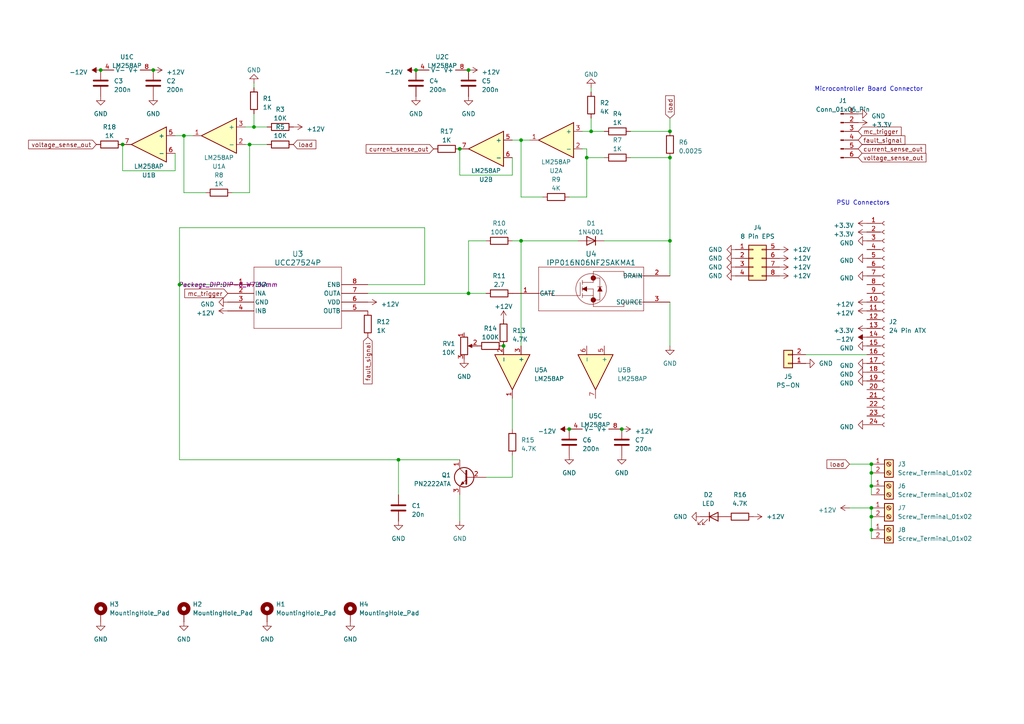
<source format=kicad_sch>
(kicad_sch (version 20231120) (generator "eeschema") (generator_version "8.0")
  (paper "A4")
  (lib_symbols
    (symbol "+12V_1" (power) (pin_numbers hide) (pin_names (offset 0) hide)
      (property "Value" "+12V" (at 0 3.556 0))
      (symbol "+12V_1_1_1"
        (pin power_in line (at 0 0 90) (length 0) (name "~") (number "1"))
      )
    )
    (symbol "2EDN752x:2EDN8524FXTMA1" (pin_names (offset 0.254))
      (property "Reference" "U" (at 20.32 10.16 0))
      (property "Value" "2EDN8524FXTMA1" (at 20.32 7.62 0))
      (symbol "2EDN8524FXTMA1_0_1"
        (pin unspecified line (at 0 0 0) (length 7.62) (name "ENA") (number "1"))
        (pin unspecified line (at 0 -2.54 0) (length 7.62) (name "INA") (number "2"))
        (pin power_out line (at 0 -5.08 0) (length 7.62) (name "GND") (number "3"))
        (pin unspecified line (at 0 -7.62 0) (length 7.62) (name "INB") (number "4"))
        (pin output line (at 40.64 -7.62 180) (length 7.62) (name "OUTB") (number "5"))
        (pin power_in line (at 40.64 -5.08 180) (length 7.62) (name "VDD") (number "6"))
        (pin output line (at 40.64 -2.54 180) (length 7.62) (name "OUTA") (number "7"))
        (pin unspecified line (at 40.64 0 180) (length 7.62) (name "ENB") (number "8"))
      )
    )
    (symbol "Connector:Conn_01x06_Pin" (pin_names (offset 1.016) hide)
      (property "Reference" "J" (at 0 7.62 0))
      (property "Value" "Conn_01x06_Pin" (at 0 -10.16 0))
      (symbol "Conn_01x06_Pin_1_1"
        (pin passive line (at 5.08 5.08 180) (length 3.81) (name "Pin_1") (number "1"))
        (pin passive line (at 5.08 2.54 180) (length 3.81) (name "Pin_2") (number "2"))
        (pin passive line (at 5.08 0 180) (length 3.81) (name "Pin_3") (number "3"))
        (pin passive line (at 5.08 -2.54 180) (length 3.81) (name "Pin_4") (number "4"))
        (pin passive line (at 5.08 -5.08 180) (length 3.81) (name "Pin_5") (number "5"))
        (pin passive line (at 5.08 -7.62 180) (length 3.81) (name "Pin_6") (number "6"))
      )
    )
    (symbol "Connector:Conn_01x24_Socket" (pin_names (offset 1.016) hide)
      (property "Reference" "J" (at 0 30.48 0))
      (property "Value" "Conn_01x24_Socket" (at 0 -33.02 0))
      (symbol "Conn_01x24_Socket_1_1"
        (pin passive line (at -5.08 27.94 0) (length 3.81) (name "Pin_1") (number "1"))
        (pin passive line (at -5.08 5.08 0) (length 3.81) (name "Pin_10") (number "10"))
        (pin passive line (at -5.08 2.54 0) (length 3.81) (name "Pin_11") (number "11"))
        (pin passive line (at -5.08 0 0) (length 3.81) (name "Pin_12") (number "12"))
        (pin passive line (at -5.08 -2.54 0) (length 3.81) (name "Pin_13") (number "13"))
        (pin passive line (at -5.08 -5.08 0) (length 3.81) (name "Pin_14") (number "14"))
        (pin passive line (at -5.08 -7.62 0) (length 3.81) (name "Pin_15") (number "15"))
        (pin passive line (at -5.08 -10.16 0) (length 3.81) (name "Pin_16") (number "16"))
        (pin passive line (at -5.08 -12.7 0) (length 3.81) (name "Pin_17") (number "17"))
        (pin passive line (at -5.08 -15.24 0) (length 3.81) (name "Pin_18") (number "18"))
        (pin passive line (at -5.08 -17.78 0) (length 3.81) (name "Pin_19") (number "19"))
        (pin passive line (at -5.08 25.4 0) (length 3.81) (name "Pin_2") (number "2"))
        (pin passive line (at -5.08 -20.32 0) (length 3.81) (name "Pin_20") (number "20"))
        (pin passive line (at -5.08 -22.86 0) (length 3.81) (name "Pin_21") (number "21"))
        (pin passive line (at -5.08 -25.4 0) (length 3.81) (name "Pin_22") (number "22"))
        (pin passive line (at -5.08 -27.94 0) (length 3.81) (name "Pin_23") (number "23"))
        (pin passive line (at -5.08 -30.48 0) (length 3.81) (name "Pin_24") (number "24"))
        (pin passive line (at -5.08 22.86 0) (length 3.81) (name "Pin_3") (number "3"))
        (pin passive line (at -5.08 20.32 0) (length 3.81) (name "Pin_4") (number "4"))
        (pin passive line (at -5.08 17.78 0) (length 3.81) (name "Pin_5") (number "5"))
        (pin passive line (at -5.08 15.24 0) (length 3.81) (name "Pin_6") (number "6"))
        (pin passive line (at -5.08 12.7 0) (length 3.81) (name "Pin_7") (number "7"))
        (pin passive line (at -5.08 10.16 0) (length 3.81) (name "Pin_8") (number "8"))
        (pin passive line (at -5.08 7.62 0) (length 3.81) (name "Pin_9") (number "9"))
      )
    )
    (symbol "Connector:Screw_Terminal_01x02" (pin_names (offset 1.016) hide)
      (property "Reference" "J" (at 0 2.54 0))
      (property "Value" "Screw_Terminal_01x02" (at 0 -5.08 0))
      (symbol "Screw_Terminal_01x02_1_1"
        (pin passive line (at -5.08 0 0) (length 3.81) (name "Pin_1") (number "1"))
        (pin passive line (at -5.08 -2.54 0) (length 3.81) (name "Pin_2") (number "2"))
      )
    )
    (symbol "Connector_Generic:Conn_01x02" (pin_names (offset 1.016) hide)
      (property "Reference" "J" (at 0 2.54 0))
      (property "Value" "Conn_01x02" (at 0 -5.08 0))
      (symbol "Conn_01x02_1_1"
        (pin passive line (at -5.08 0 0) (length 3.81) (name "Pin_1") (number "1"))
        (pin passive line (at -5.08 -2.54 0) (length 3.81) (name "Pin_2") (number "2"))
      )
    )
    (symbol "Connector_Generic:Conn_02x04_Top_Bottom" (pin_names (offset 1.016) hide)
      (property "Reference" "J" (at 1.27 5.08 0))
      (property "Value" "Conn_02x04_Top_Bottom" (at 1.27 -7.62 0))
      (symbol "Conn_02x04_Top_Bottom_1_1"
        (pin passive line (at -5.08 2.54 0) (length 3.81) (name "Pin_1") (number "1"))
        (pin passive line (at -5.08 0 0) (length 3.81) (name "Pin_2") (number "2"))
        (pin passive line (at -5.08 -2.54 0) (length 3.81) (name "Pin_3") (number "3"))
        (pin passive line (at -5.08 -5.08 0) (length 3.81) (name "Pin_4") (number "4"))
        (pin passive line (at 7.62 2.54 180) (length 3.81) (name "Pin_5") (number "5"))
        (pin passive line (at 7.62 0 180) (length 3.81) (name "Pin_6") (number "6"))
        (pin passive line (at 7.62 -2.54 180) (length 3.81) (name "Pin_7") (number "7"))
        (pin passive line (at 7.62 -5.08 180) (length 3.81) (name "Pin_8") (number "8"))
      )
    )
    (symbol "Device:C" (pin_numbers hide) (pin_names (offset 0.254))
      (property "Reference" "C" (at 0.635 2.54 0))
      (property "Value" "C" (at 0.635 -2.54 0))
      (symbol "C_1_1"
        (pin passive line (at 0 3.81 270) (length 2.794) (name "~") (number "1"))
        (pin passive line (at 0 -3.81 90) (length 2.794) (name "~") (number "2"))
      )
    )
    (symbol "Device:LED" (pin_numbers hide) (pin_names (offset 1.016) hide)
      (property "Reference" "D" (at 0 2.54 0))
      (property "Value" "LED" (at 0 -2.54 0))
      (symbol "LED_1_1"
        (pin passive line (at -3.81 0 0) (length 2.54) (name "K") (number "1"))
        (pin passive line (at 3.81 0 180) (length 2.54) (name "A") (number "2"))
      )
    )
    (symbol "Device:Opamp_Dual"
      (property "Reference" "U" (at 0 5.08 0))
      (property "Value" "Opamp_Dual" (at 0 -5.08 0))
      (symbol "Opamp_Dual_1_1"
        (pin output line (at 7.62 0 180) (length 2.54) (name "~") (number "1"))
        (pin input line (at -7.62 -2.54 0) (length 2.54) (name "-") (number "2"))
        (pin input line (at -7.62 2.54 0) (length 2.54) (name "+") (number "3"))
      )
      (symbol "Opamp_Dual_2_1"
        (pin input line (at -7.62 2.54 0) (length 2.54) (name "+") (number "5"))
        (pin input line (at -7.62 -2.54 0) (length 2.54) (name "-") (number "6"))
        (pin output line (at 7.62 0 180) (length 2.54) (name "~") (number "7"))
      )
      (symbol "Opamp_Dual_3_1"
        (pin power_in line (at -2.54 -7.62 90) (length 3.81) (name "V-") (number "4"))
        (pin power_in line (at -2.54 7.62 270) (length 3.81) (name "V+") (number "8"))
      )
    )
    (symbol "Device:Q_NPN_CBE" (pin_names (offset 0) hide)
      (property "Reference" "Q" (at 5.08 1.27 0))
      (property "Value" "Q_NPN_CBE" (at 5.08 -1.27 0))
      (symbol "Q_NPN_CBE_1_1"
        (pin passive line (at 2.54 5.08 270) (length 2.54) (name "C") (number "1"))
        (pin input line (at -5.08 0 0) (length 5.715) (name "B") (number "2"))
        (pin passive line (at 2.54 -5.08 90) (length 2.54) (name "E") (number "3"))
      )
    )
    (symbol "Device:R" (pin_numbers hide) (pin_names (offset 0))
      (property "Reference" "R" (at 2.032 0 90))
      (property "Value" "R" (at 0 0 90))
      (symbol "R_1_1"
        (pin passive line (at 0 3.81 270) (length 1.27) (name "~") (number "1"))
        (pin passive line (at 0 -3.81 90) (length 1.27) (name "~") (number "2"))
      )
    )
    (symbol "Device:R_Potentiometer" (pin_names (offset 1.016) hide)
      (property "Reference" "RV" (at -4.445 0 90))
      (property "Value" "R_Potentiometer" (at -2.54 0 90))
      (symbol "R_Potentiometer_1_1"
        (pin passive line (at 0 3.81 270) (length 1.27) (name "1") (number "1"))
        (pin passive line (at 3.81 0 180) (length 1.27) (name "2") (number "2"))
        (pin passive line (at 0 -3.81 90) (length 1.27) (name "3") (number "3"))
      )
    )
    (symbol "Diode:1N4001" (pin_numbers hide) (pin_names hide)
      (property "Reference" "D" (at 0 2.54 0))
      (property "Value" "1N4001" (at 0 -2.54 0))
      (symbol "1N4001_1_1"
        (pin passive line (at -3.81 0 0) (length 2.54) (name "K") (number "1"))
        (pin passive line (at 3.81 0 180) (length 2.54) (name "A") (number "2"))
      )
    )
    (symbol "GND_1" (power) (pin_numbers hide) (pin_names (offset 0) hide)
      (property "Value" "GND" (at 0 -3.81 0))
      (symbol "GND_1_1_1"
        (pin power_in line (at 0 0 270) (length 0) (name "~") (number "1"))
      )
    )
    (symbol "GND_2" (power) (pin_numbers hide) (pin_names (offset 0) hide)
      (property "Value" "GND" (at 0 -3.81 0))
      (symbol "GND_2_1_1"
        (pin power_in line (at 0 0 270) (length 0) (name "~") (number "1"))
      )
    )
    (symbol "GND_3" (power) (pin_numbers hide) (pin_names (offset 0) hide)
      (property "Value" "GND" (at 0 -3.81 0))
      (symbol "GND_3_1_1"
        (pin power_in line (at 0 0 270) (length 0) (name "~") (number "1"))
      )
    )
    (symbol "GND_4" (power) (pin_numbers hide) (pin_names (offset 0) hide)
      (property "Value" "GND" (at 0 -3.81 0))
      (symbol "GND_4_1_1"
        (pin power_in line (at 0 0 270) (length 0) (name "~") (number "1"))
      )
    )
    (symbol "IPP016N06NF2SAKMA1:IPP016N06NF2SAKMA1" (pin_names (offset 0.254))
      (property "Reference" "U" (at 22.86 12.7 0))
      (property "Value" "IPP016N06NF2SAKMA1" (at 22.86 10.16 0))
      (symbol "IPP016N06NF2SAKMA1_0_1"
        (pin unspecified line (at 0 0 0) (length 7.62) (name "GATE") (number "1"))
        (pin unspecified line (at 45.72 5.08 180) (length 7.62) (name "DRAIN") (number "2"))
        (pin unspecified line (at 45.72 -2.54 180) (length 7.62) (name "SOURCE") (number "3"))
      )
    )
    (symbol "Mechanical:MountingHole_Pad" (pin_numbers hide) (pin_names (offset 1.016) hide) (exclude_from_sim yes) (in_bom no)
      (property "Reference" "H" (at 0 6.35 0))
      (property "Value" "MountingHole_Pad" (at 0 4.445 0))
      (symbol "MountingHole_Pad_1_1"
        (pin input line (at 0 -2.54 90) (length 2.54) (name "1") (number "1"))
      )
    )
    (symbol "power:+12V" (power) (pin_names (offset 0))
      (property "Value" "+12V" (at 0 3.556 0))
      (symbol "+12V_1_1"
        (pin power_in line (at 0 0 90) (length 0) hide (name "+12V") (number "1"))
      )
    )
    (symbol "power:+3.3V" (power) (pin_names (offset 0))
      (property "Value" "+3.3V" (at 0 3.556 0))
      (symbol "+3.3V_1_1"
        (pin power_in line (at 0 0 90) (length 0) hide (name "+3.3V") (number "1"))
      )
    )
    (symbol "power:-12V" (power) (pin_names (offset 0))
      (property "Value" "-12V" (at 0 3.81 0))
      (symbol "-12V_0_0"
        (pin power_in line (at 0 0 90) (length 0) hide (name "-12V") (number "1"))
      )
    )
    (symbol "power:GND" (power) (pin_names (offset 0))
      (property "Value" "GND" (at 0 -3.81 0))
      (symbol "GND_1_1"
        (pin power_in line (at 0 0 270) (length 0) hide (name "GND") (number "1"))
      )
    )
  )
  (junction (at 52.07 82.55))
  (junction (at 252.73 140.97))
  (junction (at 252.73 147.32))
  (junction (at 170.18 45.72))
  (junction (at 115.57 133.35))
  (junction (at 252.73 134.62))
  (junction (at 165.1 124.46))
  (junction (at 252.73 153.67))
  (junction (at 151.13 69.85))
  (junction (at 73.66 36.83))
  (junction (at 29.21 20.32))
  (junction (at 151.13 40.64))
  (junction (at 180.34 124.46))
  (junction (at 252.73 137.16))
  (junction (at 135.89 85.09))
  (junction (at 72.39 41.91))
  (junction (at 120.65 20.32))
  (junction (at 53.34 39.37))
  (junction (at 171.45 38.1))
  (junction (at 135.89 20.32))
  (junction (at 133.35 43.18))
  (junction (at 194.31 45.72))
  (junction (at 146.05 100.33))
  (junction (at 194.31 38.1))
  (junction (at 252.73 149.86))
  (junction (at 194.31 69.85))
  (junction (at 35.56 41.91))
  (junction (at 44.45 20.32))
  (wire (pts (xy 194.31 87.63) (xy 194.31 100.33)))
  (wire (pts (xy 106.68 85.09) (xy 135.89 85.09)))
  (wire (pts (xy 133.35 151.13) (xy 133.35 143.51)))
  (wire (pts (xy 52.07 82.55) (xy 52.07 66.04)))
  (wire (pts (xy 170.18 45.72) (xy 175.26 45.72)))
  (wire (pts (xy 168.91 38.1) (xy 171.45 38.1)))
  (wire (pts (xy 175.26 69.85) (xy 194.31 69.85)))
  (wire (pts (xy 53.34 55.88) (xy 59.69 55.88)))
  (wire (pts (xy 182.88 38.1) (xy 194.31 38.1)))
  (wire (pts (xy 67.31 55.88) (xy 72.39 55.88)))
  (wire (pts (xy 123.19 66.04) (xy 123.19 82.55)))
  (wire (pts (xy 71.12 41.91) (xy 72.39 41.91)))
  (wire (pts (xy 52.07 133.35) (xy 52.07 82.55)))
  (wire (pts (xy 182.88 45.72) (xy 194.31 45.72)))
  (wire (pts (xy 73.66 33.02) (xy 73.66 36.83)))
  (wire (pts (xy 135.89 69.85) (xy 135.89 85.09)))
  (wire (pts (xy 72.39 41.91) (xy 77.47 41.91)))
  (wire (pts (xy 252.73 147.32) (xy 252.73 149.86)))
  (wire (pts (xy 148.59 115.57) (xy 148.59 124.46)))
  (wire (pts (xy 123.19 82.55) (xy 106.68 82.55)))
  (wire (pts (xy 52.07 82.55) (xy 66.04 82.55)))
  (wire (pts (xy 53.34 39.37) (xy 55.88 39.37)))
  (wire (pts (xy 72.39 55.88) (xy 72.39 41.91)))
  (wire (pts (xy 148.59 50.8) (xy 133.35 50.8)))
  (wire (pts (xy 246.38 134.62) (xy 252.73 134.62)))
  (wire (pts (xy 115.57 133.35) (xy 133.35 133.35)))
  (wire (pts (xy 194.31 45.72) (xy 194.31 69.85)))
  (wire (pts (xy 73.66 25.4) (xy 73.66 24.13)))
  (wire (pts (xy 252.73 137.16) (xy 252.73 140.97)))
  (wire (pts (xy 194.31 69.85) (xy 194.31 80.01)))
  (wire (pts (xy 151.13 69.85) (xy 151.13 100.33)))
  (wire (pts (xy 148.59 132.08) (xy 148.59 138.43)))
  (wire (pts (xy 148.59 69.85) (xy 151.13 69.85)))
  (wire (pts (xy 252.73 149.86) (xy 252.73 153.67)))
  (wire (pts (xy 233.68 102.87) (xy 251.46 102.87)))
  (wire (pts (xy 246.38 147.32) (xy 252.73 147.32)))
  (wire (pts (xy 50.8 44.45) (xy 50.8 49.53)))
  (wire (pts (xy 252.73 153.67) (xy 252.73 156.21)))
  (wire (pts (xy 170.18 57.15) (xy 170.18 45.72)))
  (wire (pts (xy 171.45 26.67) (xy 171.45 25.4)))
  (wire (pts (xy 168.91 43.18) (xy 170.18 43.18)))
  (wire (pts (xy 135.89 85.09) (xy 140.97 85.09)))
  (wire (pts (xy 151.13 57.15) (xy 157.48 57.15)))
  (wire (pts (xy 165.1 57.15) (xy 170.18 57.15)))
  (wire (pts (xy 73.66 36.83) (xy 77.47 36.83)))
  (wire (pts (xy 151.13 69.85) (xy 167.64 69.85)))
  (wire (pts (xy 71.12 36.83) (xy 73.66 36.83)))
  (wire (pts (xy 52.07 133.35) (xy 115.57 133.35)))
  (wire (pts (xy 151.13 40.64) (xy 151.13 57.15)))
  (wire (pts (xy 140.97 69.85) (xy 135.89 69.85)))
  (wire (pts (xy 50.8 49.53) (xy 35.56 49.53)))
  (wire (pts (xy 171.45 38.1) (xy 175.26 38.1)))
  (wire (pts (xy 53.34 39.37) (xy 53.34 55.88)))
  (wire (pts (xy 35.56 41.91) (xy 35.56 49.53)))
  (wire (pts (xy 252.73 140.97) (xy 252.73 143.51)))
  (wire (pts (xy 170.18 45.72) (xy 170.18 43.18)))
  (wire (pts (xy 151.13 40.64) (xy 153.67 40.64)))
  (wire (pts (xy 148.59 45.72) (xy 148.59 50.8)))
  (wire (pts (xy 252.73 134.62) (xy 252.73 137.16)))
  (wire (pts (xy 52.07 66.04) (xy 123.19 66.04)))
  (wire (pts (xy 115.57 133.35) (xy 115.57 143.51)))
  (wire (pts (xy 133.35 43.18) (xy 133.35 50.8)))
  (wire (pts (xy 50.8 39.37) (xy 53.34 39.37)))
  (wire (pts (xy 151.13 40.64) (xy 148.59 40.64)))
  (wire (pts (xy 148.59 138.43) (xy 140.97 138.43)))
  (wire (pts (xy 194.31 34.29) (xy 194.31 38.1)))
  (wire (pts (xy 171.45 34.29) (xy 171.45 38.1)))
  (text "PSU Connectors" (at 242.57 59.69 0) (effects (font (size 1.27 1.27)) (justify left bottom)))
  (text "Microcontroller Board Connector" (at 236.22 26.67 0) (effects (font (size 1.27 1.27)) (justify left bottom)))
  (global_label "voltage_sense_out" (shape input) (at 248.92 45.72 0) (property "Intersheetrefs" "${INTERSHEET_REFS}" (effects (hide yes))))
  (global_label "current_sense_out" (shape input) (at 125.73 43.18 180) (property "Intersheetrefs" "${INTERSHEET_REFS}" (effects (hide yes))))
  (global_label "load" (shape input) (at 246.38 134.62 180) (property "Intersheetrefs" "${INTERSHEET_REFS}" (effects (hide yes))))
  (global_label "fault_signal" (shape input) (at 248.92 40.64 0) (property "Intersheetrefs" "${INTERSHEET_REFS}" (effects (hide yes))))
  (global_label "mc_trigger" (shape input) (at 248.92 38.1 0) (property "Intersheetrefs" "${INTERSHEET_REFS}" (effects (hide yes))))
  (global_label "load" (shape input) (at 194.31 34.29 90) (property "Intersheetrefs" "${INTERSHEET_REFS}" (effects (hide yes))))
  (global_label "mc_trigger" (shape input) (at 66.04 85.09 180) (property "Intersheetrefs" "${INTERSHEET_REFS}" (effects (hide yes))))
  (global_label "voltage_sense_out" (shape input) (at 27.94 41.91 180) (property "Intersheetrefs" "${INTERSHEET_REFS}" (effects (hide yes))))
  (global_label "current_sense_out" (shape input) (at 248.92 43.18 0) (property "Intersheetrefs" "${INTERSHEET_REFS}" (effects (hide yes))))
  (global_label "fault_signal" (shape input) (at 106.68 97.79 270) (property "Intersheetrefs" "${INTERSHEET_REFS}" (effects (hide yes))))
  (global_label "load" (shape input) (at 85.09 41.91 0) (property "Intersheetrefs" "${INTERSHEET_REFS}" (effects (hide yes))))
  (symbol (lib_id "Device:R") (at 81.28 41.91 270) (unit 1)
    (property "Reference" "R5" (at 81.28 36.83 90))
    (property "Value" "10K" (at 81.28 39.37 90))
    (property "Footprint" "Resistor_THT:R_Axial_DIN0207_L6.3mm_D2.5mm_P7.62mm_Horizontal" (effects (hide yes)))
  )
  (symbol (lib_id "Mechanical:MountingHole_Pad") (at 29.21 177.8 0) (unit 1) (exclude_from_sim yes) (in_bom no)
    (property "Reference" "H3" (at 31.75 175.2599 0) (effects (justify left)))
    (property "Value" "MountingHole_Pad" (at 31.75 177.7999 0) (effects (justify left)))
    (property "Footprint" "MountingHole:MountingHole_3.2mm_M3_ISO7380_Pad" (effects (hide yes)))
    (property "Description" "Mounting Hole with connection" (effects (hide yes)))
  )
  (symbol (lib_id "power:+12V") (at 135.89 20.32 270) (unit 1)
    (property "Reference" "#PWR05" (effects (hide yes)))
    (property "Value" "+12V" (at 139.7 20.955 90) (effects (justify left)))
  )
  (symbol (lib_id "Device:R") (at 129.54 43.18 270) (unit 1)
    (property "Reference" "R17" (at 129.54 38.1 90))
    (property "Value" "1K" (at 129.54 40.64 90))
    (property "Footprint" "Resistor_THT:R_Axial_DIN0207_L6.3mm_D2.5mm_P7.62mm_Horizontal" (effects (hide yes)))
  )
  (symbol (lib_id "power:+12V") (at 226.06 80.01 270) (unit 1)
    (property "Reference" "#PWR048" (effects (hide yes)))
    (property "Value" "+12V" (at 229.87 80.0099 90) (effects (justify left)))
  )
  (symbol (lib_id "Device:R") (at 179.07 38.1 270) (unit 1)
    (property "Reference" "R4" (at 179.07 33.02 90))
    (property "Value" "1K" (at 179.07 35.56 90))
    (property "Footprint" "Resistor_THT:R_Axial_DIN0207_L6.3mm_D2.5mm_P7.62mm_Horizontal" (effects (hide yes)))
  )
  (symbol (lib_id "IPP016N06NF2SAKMA1:IPP016N06NF2SAKMA1") (at 148.59 85.09 0) (unit 1)
    (property "Reference" "U4" (at 171.45 73.66 0) (effects (font (size 1.524 1.524))))
    (property "Value" "IPP016N06NF2SAKMA1" (at 171.45 76.2 0) (effects (font (size 1.524 1.524))))
    (property "Footprint" "Package_TO_SOT_THT:TO-220-3_Horizontal_TabDown" (effects (hide yes)))
    (property "Datasheet" "https://docs.rs-online.com/a1ae/A700000009497374.pdf" (effects (hide yes)))
  )
  (symbol (lib_id "Device:R") (at 142.24 100.33 270) (unit 1)
    (property "Reference" "R14" (at 142.24 95.25 90))
    (property "Value" "100K" (at 142.24 97.79 90))
    (property "Footprint" "Resistor_THT:R_Axial_DIN0207_L6.3mm_D2.5mm_P7.62mm_Horizontal" (effects (hide yes)))
  )
  (symbol (lib_id "power:GND") (at 115.57 151.13 0) (unit 1)
    (property "Reference" "#PWR037" (effects (hide yes)))
    (property "Value" "GND" (at 115.57 156.21 0))
  )
  (symbol (lib_id "power:+12V") (at 251.46 90.17 90) (unit 1)
    (property "Reference" "#PWR019" (effects (hide yes)))
    (property "Value" "+12V" (at 247.65 90.805 90) (effects (justify left)))
  )
  (symbol (lib_id "power:GND") (at 251.46 105.41 270) (unit 1)
    (property "Reference" "#PWR027" (effects (hide yes)))
    (property "Value" "GND" (at 247.65 106.045 90) (effects (justify right)))
  )
  (symbol (lib_id "2EDN752x:2EDN8524FXTMA1") (at 66.04 82.55 0) (unit 1)
    (property "Reference" "U3" (at 86.36 73.66 0) (effects (font (size 1.524 1.524))))
    (property "Value" "UCC27524P" (at 86.36 76.2 0) (effects (font (size 1.524 1.524))))
    (property "Footprint" "Package_DIP:DIP-8_W7.62mm" (at 66.04 82.55 0) (effects (font (italic yes))))
    (property "Datasheet" "https://docs.rs-online.com/13a7/A700000006906153.pdf" (effects (hide yes)))
  )
  (symbol (lib_id "power:+12V") (at 180.34 124.46 270) (unit 1)
    (property "Reference" "#PWR032" (effects (hide yes)))
    (property "Value" "+12V" (at 184.15 125.095 90) (effects (justify left)))
  )
  (symbol (lib_id "Device:C") (at 180.34 128.27 0) (unit 1)
    (property "Reference" "C7" (at 184.15 127.635 0) (effects (justify left)))
    (property "Value" "200n" (at 184.15 130.175 0) (effects (justify left)))
    (property "Footprint" "Capacitor_THT:C_Disc_D3.8mm_W2.6mm_P2.50mm" (effects (hide yes)))
  )
  (symbol (lib_id "Mechanical:MountingHole_Pad") (at 53.34 177.8 0) (unit 1) (exclude_from_sim yes) (in_bom no)
    (property "Reference" "H2" (at 55.88 175.2599 0) (effects (justify left)))
    (property "Value" "MountingHole_Pad" (at 55.88 177.7999 0) (effects (justify left)))
    (property "Footprint" "MountingHole:MountingHole_3.2mm_M3_ISO7380_Pad" (effects (hide yes)))
    (property "Description" "Mounting Hole with connection" (effects (hide yes)))
  )
  (symbol (lib_id "Device:R") (at 148.59 128.27 0) (unit 1)
    (property "Reference" "R15" (at 151.13 127.635 0) (effects (justify left)))
    (property "Value" "4.7K" (at 151.13 130.175 0) (effects (justify left)))
    (property "Footprint" "Resistor_THT:R_Axial_DIN0207_L6.3mm_D2.5mm_P7.62mm_Horizontal" (effects (hide yes)))
  )
  (symbol (lib_id "power:GND") (at 248.92 33.02 90) (unit 1)
    (property "Reference" "#PWR08" (effects (hide yes)))
    (property "Value" "GND" (at 252.73 33.655 90) (effects (justify right)))
  )
  (symbol (lib_id "power:+12V") (at 66.04 90.17 90) (unit 1)
    (property "Reference" "#PWR018" (effects (hide yes)))
    (property "Value" "+12V" (at 62.23 90.805 90) (effects (justify left)))
  )
  (symbol (lib_id "Mechanical:MountingHole_Pad") (at 77.47 177.8 0) (unit 1) (exclude_from_sim yes) (in_bom no)
    (property "Reference" "H1" (at 80.01 175.2599 0) (effects (justify left)))
    (property "Value" "MountingHole_Pad" (at 80.01 177.7999 0) (effects (justify left)))
    (property "Footprint" "MountingHole:MountingHole_3.2mm_M3_ISO7380_Pad" (effects (hide yes)))
    (property "Description" "Mounting Hole with connection" (effects (hide yes)))
  )
  (symbol (lib_id "Connector_Generic:Conn_01x02") (at 228.6 105.41 180) (unit 1)
    (property "Reference" "J5" (at 228.6 109.22 0))
    (property "Value" "PS-ON" (at 228.6 111.76 0))
    (property "Footprint" "Connector_PinHeader_2.54mm:PinHeader_1x02_P2.54mm_Vertical" (effects (hide yes)))
    (property "Description" "Generic connector, single row, 01x02, script generated (kicad-library-utils/schlib/autogen/connector/)" (effects (hide yes)))
  )
  (symbol (lib_id "power:GND") (at 251.46 123.19 270) (unit 1)
    (property "Reference" "#PWR030" (effects (hide yes)))
    (property "Value" "GND" (at 247.65 123.825 90) (effects (justify right)))
  )
  (symbol (lib_id "Device:R") (at 106.68 93.98 0) (unit 1)
    (property "Reference" "R12" (at 109.22 93.345 0) (effects (justify left)))
    (property "Value" "1K" (at 109.22 95.885 0) (effects (justify left)))
    (property "Footprint" "Resistor_THT:R_Axial_DIN0207_L6.3mm_D2.5mm_P7.62mm_Horizontal" (effects (hide yes)))
  )
  (symbol (lib_id "Device:Opamp_Dual") (at 128.27 22.86 270) (unit 3)
    (property "Reference" "U2" (at 128.27 16.51 90))
    (property "Value" "LM258AP" (at 128.27 19.05 90))
    (property "Footprint" "Package_DIP:DIP-8_W7.62mm" (effects (hide yes)))
    (property "Datasheet" "https://www.ti.com/lit/ds/symlink/lm258a.pdf?ts=1729200703799&ref_url=https%253A%252F%252Fwww.ti.com%252Fproduct%252FLM258A%253Futm_source%253Dgoogle%2526utm_medium%253Dcpc%2526utm_campaign%253Dasc-null-null-gpn_en-cpc-pf-google-wwe%2526utm_content%253Dlm258a%2526ds_k%253DLM258A%2526dcm%253Dyes%2526gad_source%253D1%2526gclid%253DCjwKCAjw68K4BhAuEiwAylp3koOtTEG5qDFoquwAE2wus3prIKNQm1QKUM_wft-jT1zrxB19VVBYIhoCuQ0QAvD_BwE%2526gclsrc%253Daw.ds" (effects (hide yes)))
  )
  (symbol (lib_id "power:GND") (at 233.68 105.41 90) (unit 1)
    (property "Reference" "#PWR049" (effects (hide yes)))
    (property "Value" "GND" (at 237.49 105.4099 90) (effects (justify right)))
  )
  (symbol (lib_id "power:+12V") (at 146.05 92.71 0) (unit 1)
    (property "Reference" "#PWR020" (effects (hide yes)))
    (property "Value" "+12V" (at 146.05 88.9 0))
  )
  (symbol (lib_id "Connector:Screw_Terminal_01x02") (at 257.81 134.62 0) (unit 1)
    (property "Reference" "J3" (at 260.35 134.6199 0) (effects (justify left)))
    (property "Value" "Screw_Terminal_01x02" (at 260.35 137.1599 0) (effects (justify left)))
    (property "Footprint" "TerminalBlock:TerminalBlock_bornier-2_P5.08mm" (effects (hide yes)))
    (property "Datasheet" "https://docs.rs-online.com/c3eb/0900766b8138b923.pdf" (effects (hide yes)))
    (property "Description" "Generic screw terminal, single row, 01x02, script generated (kicad-library-utils/schlib/autogen/connector/)" (effects (hide yes)))
  )
  (symbol (lib_id "power:+12V") (at 226.06 72.39 270) (unit 1)
    (property "Reference" "#PWR045" (effects (hide yes)))
    (property "Value" "+12V" (at 229.87 72.3899 90) (effects (justify left)))
  )
  (symbol (lib_id "power:GND") (at 171.45 25.4 180) (unit 1)
    (property "Reference" "#PWR06" (effects (hide yes)))
    (property "Value" "GND" (at 171.45 21.59 0))
  )
  (symbol (lib_id "power:+12V") (at 106.68 87.63 270) (unit 1)
    (property "Reference" "#PWR016" (effects (hide yes)))
    (property "Value" "+12V" (at 110.49 88.265 90) (effects (justify left)))
  )
  (symbol (lib_id "Device:Opamp_Dual") (at 172.72 107.95 270) (unit 2)
    (property "Reference" "U5" (at 179.07 107.315 90) (effects (justify left)))
    (property "Value" "LM258AP" (at 179.07 109.855 90) (effects (justify left)))
    (property "Footprint" "Package_DIP:DIP-8_W7.62mm" (effects (hide yes)))
    (property "Datasheet" "https://www.ti.com/lit/ds/symlink/lm258a.pdf?ts=1729200703799&ref_url=https%253A%252F%252Fwww.ti.com%252Fproduct%252FLM258A%253Futm_source%253Dgoogle%2526utm_medium%253Dcpc%2526utm_campaign%253Dasc-null-null-gpn_en-cpc-pf-google-wwe%2526utm_content%253Dlm258a%2526ds_k%253DLM258A%2526dcm%253Dyes%2526gad_source%253D1%2526gclid%253DCjwKCAjw68K4BhAuEiwAylp3koOtTEG5qDFoquwAE2wus3prIKNQm1QKUM_wft-jT1zrxB19VVBYIhoCuQ0QAvD_BwE%2526gclsrc%253Daw.ds" (effects (hide yes)))
  )
  (symbol (lib_id "Device:Opamp_Dual") (at 36.83 22.86 270) (unit 3)
    (property "Reference" "U1" (at 36.83 16.51 90))
    (property "Value" "LM258AP" (at 36.83 19.05 90))
    (property "Footprint" "Package_DIP:DIP-8_W7.62mm" (effects (hide yes)))
    (property "Datasheet" "https://www.ti.com/lit/ds/symlink/lm258a.pdf?ts=1729200703799&ref_url=https%253A%252F%252Fwww.ti.com%252Fproduct%252FLM258A%253Futm_source%253Dgoogle%2526utm_medium%253Dcpc%2526utm_campaign%253Dasc-null-null-gpn_en-cpc-pf-google-wwe%2526utm_content%253Dlm258a%2526ds_k%253DLM258A%2526dcm%253Dyes%2526gad_source%253D1%2526gclid%253DCjwKCAjw68K4BhAuEiwAylp3koOtTEG5qDFoquwAE2wus3prIKNQm1QKUM_wft-jT1zrxB19VVBYIhoCuQ0QAvD_BwE%2526gclsrc%253Daw.ds" (effects (hide yes)))
  )
  (symbol (lib_id "power:GND") (at 134.62 104.14 0) (unit 1)
    (property "Reference" "#PWR026" (effects (hide yes)))
    (property "Value" "GND" (at 134.62 109.22 0))
  )
  (symbol (lib_id "power:+12V") (at 226.06 77.47 270) (unit 1)
    (property "Reference" "#PWR047" (effects (hide yes)))
    (property "Value" "+12V" (at 229.87 77.4699 90) (effects (justify left)))
  )
  (symbol (lib_id "Connector:Conn_01x06_Pin") (at 243.84 38.1 0) (unit 1)
    (property "Reference" "J1" (at 244.475 29.21 0))
    (property "Value" "Conn_01x06_Pin" (at 244.475 31.75 0))
    (property "Footprint" "Connector_PinHeader_2.54mm:PinHeader_1x06_P2.54mm_Vertical" (effects (hide yes)))
  )
  (symbol (lib_name "GND_2") (lib_id "power:GND") (at 213.36 77.47 270) (unit 1)
    (property "Reference" "#PWR043" (effects (hide yes)))
    (property "Value" "GND" (at 209.55 77.4699 90) (effects (justify right)))
    (property "Description" "Power symbol creates a global label with name \"GND\" , ground" (effects (hide yes)))
  )
  (symbol (lib_id "Device:Opamp_Dual") (at 172.72 127 270) (unit 3)
    (property "Reference" "U5" (at 172.72 120.65 90))
    (property "Value" "LM258AP" (at 172.72 123.19 90))
    (property "Footprint" "Package_DIP:DIP-8_W7.62mm" (effects (hide yes)))
    (property "Datasheet" "https://www.ti.com/lit/ds/symlink/lm258a.pdf?ts=1729200703799&ref_url=https%253A%252F%252Fwww.ti.com%252Fproduct%252FLM258A%253Futm_source%253Dgoogle%2526utm_medium%253Dcpc%2526utm_campaign%253Dasc-null-null-gpn_en-cpc-pf-google-wwe%2526utm_content%253Dlm258a%2526ds_k%253DLM258A%2526dcm%253Dyes%2526gad_source%253D1%2526gclid%253DCjwKCAjw68K4BhAuEiwAylp3koOtTEG5qDFoquwAE2wus3prIKNQm1QKUM_wft-jT1zrxB19VVBYIhoCuQ0QAvD_BwE%2526gclsrc%253Daw.ds" (effects (hide yes)))
  )
  (symbol (lib_id "power:+12V") (at 226.06 74.93 270) (unit 1)
    (property "Reference" "#PWR046" (effects (hide yes)))
    (property "Value" "+12V" (at 229.87 74.9299 90) (effects (justify left)))
  )
  (symbol (lib_id "Device:C") (at 115.57 147.32 0) (unit 1)
    (property "Reference" "C1" (at 119.38 146.685 0) (effects (justify left)))
    (property "Value" "20n" (at 119.38 149.225 0) (effects (justify left)))
    (property "Footprint" "Capacitor_THT:C_Disc_D3.8mm_W2.6mm_P2.50mm" (effects (hide yes)))
  )
  (symbol (lib_id "Device:R") (at 73.66 29.21 0) (unit 1)
    (property "Reference" "R1" (at 76.2 28.575 0) (effects (justify left)))
    (property "Value" "1K" (at 76.2 31.115 0) (effects (justify left)))
    (property "Footprint" "Resistor_THT:R_Axial_DIN0207_L6.3mm_D2.5mm_P7.62mm_Horizontal" (effects (hide yes)))
  )
  (symbol (lib_id "Device:R") (at 161.29 57.15 270) (unit 1)
    (property "Reference" "R9" (at 161.29 52.07 90))
    (property "Value" "4K" (at 161.29 54.61 90))
    (property "Footprint" "Resistor_THT:R_Axial_DIN0207_L6.3mm_D2.5mm_P7.62mm_Horizontal" (effects (hide yes)))
  )
  (symbol (lib_id "power:+12V") (at 246.38 147.32 90) (unit 1)
    (property "Reference" "#PWR033" (effects (hide yes)))
    (property "Value" "+12V" (at 242.57 147.955 90) (effects (justify left)))
  )
  (symbol (lib_id "power:-12V") (at 251.46 97.79 90) (unit 1)
    (property "Reference" "#PWR023" (effects (hide yes)))
    (property "Value" "-12V" (at 247.65 98.425 90) (effects (justify left)))
  )
  (symbol (lib_id "Device:Opamp_Dual") (at 63.5 39.37 0) (mirror y) (unit 1)
    (property "Reference" "U1" (at 63.5 48.26 0))
    (property "Value" "LM258AP" (at 63.5 45.72 0))
    (property "Footprint" "Package_DIP:DIP-8_W7.62mm" (effects (hide yes)))
    (property "Datasheet" "https://www.ti.com/lit/ds/symlink/lm258a.pdf?ts=1729200703799&ref_url=https%253A%252F%252Fwww.ti.com%252Fproduct%252FLM258A%253Futm_source%253Dgoogle%2526utm_medium%253Dcpc%2526utm_campaign%253Dasc-null-null-gpn_en-cpc-pf-google-wwe%2526utm_content%253Dlm258a%2526ds_k%253DLM258A%2526dcm%253Dyes%2526gad_source%253D1%2526gclid%253DCjwKCAjw68K4BhAuEiwAylp3koOtTEG5qDFoquwAE2wus3prIKNQm1QKUM_wft-jT1zrxB19VVBYIhoCuQ0QAvD_BwE%2526gclsrc%253Daw.ds" (effects (hide yes)))
  )
  (symbol (lib_id "power:+12V") (at 44.45 20.32 270) (unit 1)
    (property "Reference" "#PWR03" (effects (hide yes)))
    (property "Value" "+12V" (at 48.26 20.955 90) (effects (justify left)))
  )
  (symbol (lib_id "power:+12V") (at 85.09 36.83 270) (unit 1)
    (property "Reference" "#PWR07" (effects (hide yes)))
    (property "Value" "+12V" (at 88.9 37.465 90) (effects (justify left)))
  )
  (symbol (lib_id "power:GND") (at 73.66 24.13 180) (unit 1)
    (property "Reference" "#PWR01" (effects (hide yes)))
    (property "Value" "GND" (at 73.66 20.32 0))
  )
  (symbol (lib_id "Mechanical:MountingHole_Pad") (at 101.6 177.8 0) (unit 1) (exclude_from_sim yes) (in_bom no)
    (property "Reference" "H4" (at 104.14 175.2599 0) (effects (justify left)))
    (property "Value" "MountingHole_Pad" (at 104.14 177.7999 0) (effects (justify left)))
    (property "Footprint" "MountingHole:MountingHole_3.2mm_M3_ISO7380_Pad" (effects (hide yes)))
    (property "Description" "Mounting Hole with connection" (effects (hide yes)))
  )
  (symbol (lib_id "Device:R") (at 144.78 69.85 270) (unit 1)
    (property "Reference" "R10" (at 144.78 64.77 90))
    (property "Value" "100K" (at 144.78 67.31 90))
    (property "Footprint" "Resistor_THT:R_Axial_DIN0207_L6.3mm_D2.5mm_P7.62mm_Horizontal" (effects (hide yes)))
  )
  (symbol (lib_id "Connector:Screw_Terminal_01x02") (at 257.81 147.32 0) (unit 1)
    (property "Reference" "J7" (at 260.35 147.3199 0) (effects (justify left)))
    (property "Value" "Screw_Terminal_01x02" (at 260.35 149.8599 0) (effects (justify left)))
    (property "Footprint" "TerminalBlock:TerminalBlock_bornier-2_P5.08mm" (effects (hide yes)))
    (property "Datasheet" "https://docs.rs-online.com/c3eb/0900766b8138b923.pdf" (effects (hide yes)))
    (property "Description" "Generic screw terminal, single row, 01x02, script generated (kicad-library-utils/schlib/autogen/connector/)" (effects (hide yes)))
  )
  (symbol (lib_id "Device:C") (at 120.65 24.13 0) (unit 1)
    (property "Reference" "C4" (at 124.46 23.495 0) (effects (justify left)))
    (property "Value" "200n" (at 124.46 26.035 0) (effects (justify left)))
    (property "Footprint" "Capacitor_THT:C_Disc_D3.8mm_W2.6mm_P2.50mm" (effects (hide yes)))
  )
  (symbol (lib_id "Diode:1N4001") (at 171.45 69.85 0) (mirror y) (unit 1)
    (property "Reference" "D1" (at 171.45 64.77 0))
    (property "Value" "1N4001" (at 171.45 67.31 0))
    (property "Footprint" "Diode_THT:D_DO-41_SOD81_P7.62mm_Horizontal" (effects (hide yes)))
    (property "Datasheet" "http://www.vishay.com/docs/88503/1n4001.pdf" (effects (hide yes)))
    (property "Sim.Device" "D" (effects (hide yes)))
    (property "Sim.Pins" "1=K 2=A" (effects (hide yes)))
  )
  (symbol (lib_id "Device:LED") (at 207.01 149.86 0) (unit 1)
    (property "Reference" "D2" (at 205.4225 143.51 0))
    (property "Value" "LED" (at 205.4225 146.05 0))
    (property "Footprint" "LED_THT:LED_D5.0mm" (effects (hide yes)))
    (property "Description" "Light emitting diode" (effects (hide yes)))
  )
  (symbol (lib_id "Device:C") (at 165.1 128.27 0) (unit 1)
    (property "Reference" "C6" (at 168.91 127.635 0) (effects (justify left)))
    (property "Value" "200n" (at 168.91 130.175 0) (effects (justify left)))
    (property "Footprint" "Capacitor_THT:C_Disc_D3.8mm_W2.6mm_P2.50mm" (effects (hide yes)))
  )
  (symbol (lib_id "power:GND") (at 251.46 80.01 270) (unit 1)
    (property "Reference" "#PWR014" (effects (hide yes)))
    (property "Value" "GND" (at 247.65 80.645 90) (effects (justify right)))
  )
  (symbol (lib_id "Device:Q_NPN_CBE") (at 135.89 138.43 0) (mirror y) (unit 1)
    (property "Reference" "Q1" (at 130.81 137.795 0) (effects (justify left)))
    (property "Value" "PN2222ATA" (at 130.81 140.335 0) (effects (justify left)))
    (property "Footprint" "Package_TO_SOT_THT:TO-92_Wide" (effects (hide yes)))
    (property "Datasheet" "https://docs.rs-online.com/fec6/0900766b81384356.pdf" (effects (hide yes)))
  )
  (symbol (lib_name "GND_1") (lib_id "power:GND") (at 77.47 180.34 0) (unit 1)
    (property "Reference" "#PWR036" (effects (hide yes)))
    (property "Value" "GND" (at 77.47 185.42 0))
    (property "Description" "Power symbol creates a global label with name \"GND\" , ground" (effects (hide yes)))
  )
  (symbol (lib_id "Device:R") (at 144.78 85.09 270) (unit 1)
    (property "Reference" "R11" (at 144.78 80.01 90))
    (property "Value" "2.7" (at 144.78 82.55 90))
    (property "Footprint" "Resistor_THT:R_Axial_DIN0207_L6.3mm_D2.5mm_P7.62mm_Horizontal" (effects (hide yes)))
  )
  (symbol (lib_name "GND_2") (lib_id "power:GND") (at 213.36 72.39 270) (unit 1)
    (property "Reference" "#PWR041" (effects (hide yes)))
    (property "Value" "GND" (at 209.55 72.3899 90) (effects (justify right)))
    (property "Description" "Power symbol creates a global label with name \"GND\" , ground" (effects (hide yes)))
  )
  (symbol (lib_id "power:+3.3V") (at 248.92 35.56 270) (unit 1)
    (property "Reference" "#PWR09" (effects (hide yes)))
    (property "Value" "+3.3V" (at 252.73 36.195 90) (effects (justify left)))
  )
  (symbol (lib_id "power:GND") (at 133.35 151.13 0) (unit 1)
    (property "Reference" "#PWR038" (effects (hide yes)))
    (property "Value" "GND" (at 133.35 156.21 0))
  )
  (symbol (lib_id "Device:R") (at 179.07 45.72 270) (unit 1)
    (property "Reference" "R7" (at 179.07 40.64 90))
    (property "Value" "1K" (at 179.07 43.18 90))
    (property "Footprint" "Resistor_THT:R_Axial_DIN0207_L6.3mm_D2.5mm_P7.62mm_Horizontal" (effects (hide yes)))
  )
  (symbol (lib_name "GND_3") (lib_id "power:GND") (at 165.1 132.08 0) (unit 1)
    (property "Reference" "#PWR052" (effects (hide yes)))
    (property "Value" "GND" (at 165.1 137.16 0))
    (property "Description" "Power symbol creates a global label with name \"GND\" , ground" (effects (hide yes)))
  )
  (symbol (lib_id "power:GND") (at 251.46 74.93 270) (unit 1)
    (property "Reference" "#PWR013" (effects (hide yes)))
    (property "Value" "GND" (at 247.65 75.565 90) (effects (justify right)))
  )
  (symbol (lib_id "power:+12V") (at 251.46 87.63 90) (unit 1)
    (property "Reference" "#PWR017" (effects (hide yes)))
    (property "Value" "+12V" (at 247.65 88.265 90) (effects (justify left)))
  )
  (symbol (lib_name "GND_3") (lib_id "power:GND") (at 135.89 27.94 0) (unit 1)
    (property "Reference" "#PWR051" (effects (hide yes)))
    (property "Value" "GND" (at 135.89 33.02 0))
    (property "Description" "Power symbol creates a global label with name \"GND\" , ground" (effects (hide yes)))
  )
  (symbol (lib_id "Connector_Generic:Conn_02x04_Top_Bottom") (at 218.44 74.93 0) (unit 1)
    (property "Reference" "J4" (at 219.71 66.04 0))
    (property "Value" "8 Pin EPS" (at 219.71 68.58 0))
    (property "Footprint" "Connector_Molex:Molex_Mini-Fit_Jr_5566-08A_2x04_P4.20mm_Vertical" (effects (hide yes)))
    (property "Description" "Generic connector, double row, 02x04, top/bottom pin numbering scheme (row 1: 1...pins_per_row, row2: pins_per_row+1 ... num_pins), script generated (kicad-library-utils/schlib/autogen/connector/)" (effects (hide yes)))
  )
  (symbol (lib_id "Connector:Screw_Terminal_01x02") (at 257.81 140.97 0) (unit 1)
    (property "Reference" "J6" (at 260.35 140.9699 0) (effects (justify left)))
    (property "Value" "Screw_Terminal_01x02" (at 260.35 143.5099 0) (effects (justify left)))
    (property "Footprint" "TerminalBlock:TerminalBlock_bornier-2_P5.08mm" (effects (hide yes)))
    (property "Datasheet" "https://docs.rs-online.com/c3eb/0900766b8138b923.pdf" (effects (hide yes)))
    (property "Description" "Generic screw terminal, single row, 01x02, script generated (kicad-library-utils/schlib/autogen/connector/)" (effects (hide yes)))
  )
  (symbol (lib_id "power:GND") (at 251.46 69.85 270) (unit 1)
    (property "Reference" "#PWR012" (effects (hide yes)))
    (property "Value" "GND" (at 247.65 70.485 90) (effects (justify right)))
  )
  (symbol (lib_id "Device:Opamp_Dual") (at 148.59 107.95 270) (unit 1)
    (property "Reference" "U5" (at 154.94 107.315 90) (effects (justify left)))
    (property "Value" "LM258AP" (at 154.94 109.855 90) (effects (justify left)))
    (property "Footprint" "Package_DIP:DIP-8_W7.62mm" (effects (hide yes)))
    (property "Datasheet" "https://www.ti.com/lit/ds/symlink/lm258a.pdf?ts=1729200703799&ref_url=https%253A%252F%252Fwww.ti.com%252Fproduct%252FLM258A%253Futm_source%253Dgoogle%2526utm_medium%253Dcpc%2526utm_campaign%253Dasc-null-null-gpn_en-cpc-pf-google-wwe%2526utm_content%253Dlm258a%2526ds_k%253DLM258A%2526dcm%253Dyes%2526gad_source%253D1%2526gclid%253DCjwKCAjw68K4BhAuEiwAylp3koOtTEG5qDFoquwAE2wus3prIKNQm1QKUM_wft-jT1zrxB19VVBYIhoCuQ0QAvD_BwE%2526gclsrc%253Daw.ds" (effects (hide yes)))
  )
  (symbol (lib_id "Connector:Screw_Terminal_01x02") (at 257.81 153.67 0) (unit 1)
    (property "Reference" "J8" (at 260.35 153.6699 0) (effects (justify left)))
    (property "Value" "Screw_Terminal_01x02" (at 260.35 156.2099 0) (effects (justify left)))
    (property "Footprint" "TerminalBlock:TerminalBlock_bornier-2_P5.08mm" (effects (hide yes)))
    (property "Datasheet" "https://docs.rs-online.com/c3eb/0900766b8138b923.pdf" (effects (hide yes)))
    (property "Description" "Generic screw terminal, single row, 01x02, script generated (kicad-library-utils/schlib/autogen/connector/)" (effects (hide yes)))
  )
  (symbol (lib_name "GND_4") (lib_id "power:GND") (at 203.2 149.86 270) (unit 1)
    (property "Reference" "#PWR054" (effects (hide yes)))
    (property "Value" "GND" (at 199.39 149.8599 90) (effects (justify right)))
    (property "Description" "Power symbol creates a global label with name \"GND\" , ground" (effects (hide yes)))
  )
  (symbol (lib_id "Device:Opamp_Dual") (at 140.97 43.18 0) (mirror y) (unit 2)
    (property "Reference" "U2" (at 140.97 52.07 0))
    (property "Value" "LM258AP" (at 140.97 49.53 0))
    (property "Footprint" "Package_DIP:DIP-8_W7.62mm" (effects (hide yes)))
    (property "Datasheet" "https://www.ti.com/lit/ds/symlink/lm258a.pdf?ts=1729200703799&ref_url=https%253A%252F%252Fwww.ti.com%252Fproduct%252FLM258A%253Futm_source%253Dgoogle%2526utm_medium%253Dcpc%2526utm_campaign%253Dasc-null-null-gpn_en-cpc-pf-google-wwe%2526utm_content%253Dlm258a%2526ds_k%253DLM258A%2526dcm%253Dyes%2526gad_source%253D1%2526gclid%253DCjwKCAjw68K4BhAuEiwAylp3koOtTEG5qDFoquwAE2wus3prIKNQm1QKUM_wft-jT1zrxB19VVBYIhoCuQ0QAvD_BwE%2526gclsrc%253Daw.ds" (effects (hide yes)))
  )
  (symbol (lib_id "power:-12V") (at 165.1 124.46 90) (unit 1)
    (property "Reference" "#PWR031" (effects (hide yes)))
    (property "Value" "-12V" (at 161.29 125.095 90) (effects (justify left)))
  )
  (symbol (lib_id "power:GND") (at 251.46 110.49 270) (unit 1)
    (property "Reference" "#PWR029" (effects (hide yes)))
    (property "Value" "GND" (at 247.65 111.125 90) (effects (justify right)))
  )
  (symbol (lib_id "Device:R") (at 31.75 41.91 270) (unit 1)
    (property "Reference" "R18" (at 31.75 36.83 90))
    (property "Value" "1K" (at 31.75 39.37 90))
    (property "Footprint" "Resistor_THT:R_Axial_DIN0207_L6.3mm_D2.5mm_P7.62mm_Horizontal" (effects (hide yes)))
  )
  (symbol (lib_id "Device:R") (at 214.63 149.86 90) (unit 1)
    (property "Reference" "R16" (at 214.63 143.51 90))
    (property "Value" "4.7K" (at 214.63 146.05 90))
    (property "Footprint" "Resistor_THT:R_Axial_DIN0207_L6.3mm_D2.5mm_P7.62mm_Horizontal" (effects (hide yes)))
    (property "Description" "Resistor" (effects (hide yes)))
  )
  (symbol (lib_name "GND_1") (lib_id "power:GND") (at 101.6 180.34 0) (unit 1)
    (property "Reference" "#PWR040" (effects (hide yes)))
    (property "Value" "GND" (at 101.6 185.42 0))
    (property "Description" "Power symbol creates a global label with name \"GND\" , ground" (effects (hide yes)))
  )
  (symbol (lib_name "GND_2") (lib_id "power:GND") (at 213.36 80.01 270) (unit 1)
    (property "Reference" "#PWR044" (effects (hide yes)))
    (property "Value" "GND" (at 209.55 80.0099 90) (effects (justify right)))
    (property "Description" "Power symbol creates a global label with name \"GND\" , ground" (effects (hide yes)))
  )
  (symbol (lib_id "Device:C") (at 135.89 24.13 0) (unit 1)
    (property "Reference" "C5" (at 139.7 23.495 0) (effects (justify left)))
    (property "Value" "200n" (at 139.7 26.035 0) (effects (justify left)))
    (property "Footprint" "Capacitor_THT:C_Disc_D3.8mm_W2.6mm_P2.50mm" (effects (hide yes)))
  )
  (symbol (lib_name "GND_3") (lib_id "power:GND") (at 180.34 132.08 0) (unit 1)
    (property "Reference" "#PWR053" (effects (hide yes)))
    (property "Value" "GND" (at 180.34 137.16 0))
    (property "Description" "Power symbol creates a global label with name \"GND\" , ground" (effects (hide yes)))
  )
  (symbol (lib_id "Device:Opamp_Dual") (at 161.29 40.64 0) (mirror y) (unit 1)
    (property "Reference" "U2" (at 161.29 49.53 0))
    (property "Value" "LM258AP" (at 161.29 46.99 0))
    (property "Footprint" "Package_DIP:DIP-8_W7.62mm" (effects (hide yes)))
    (property "Datasheet" "https://www.ti.com/lit/ds/symlink/lm258a.pdf?ts=1729200703799&ref_url=https%253A%252F%252Fwww.ti.com%252Fproduct%252FLM258A%253Futm_source%253Dgoogle%2526utm_medium%253Dcpc%2526utm_campaign%253Dasc-null-null-gpn_en-cpc-pf-google-wwe%2526utm_content%253Dlm258a%2526ds_k%253DLM258A%2526dcm%253Dyes%2526gad_source%253D1%2526gclid%253DCjwKCAjw68K4BhAuEiwAylp3koOtTEG5qDFoquwAE2wus3prIKNQm1QKUM_wft-jT1zrxB19VVBYIhoCuQ0QAvD_BwE%2526gclsrc%253Daw.ds" (effects (hide yes)))
  )
  (symbol (lib_id "power:GND") (at 251.46 107.95 270) (unit 1)
    (property "Reference" "#PWR028" (effects (hide yes)))
    (property "Value" "GND" (at 247.65 108.585 90) (effects (justify right)))
  )
  (symbol (lib_name "GND_3") (lib_id "power:GND") (at 120.65 27.94 0) (unit 1)
    (property "Reference" "#PWR050" (effects (hide yes)))
    (property "Value" "GND" (at 120.65 33.02 0))
    (property "Description" "Power symbol creates a global label with name \"GND\" , ground" (effects (hide yes)))
  )
  (symbol (lib_name "GND_2") (lib_id "power:GND") (at 213.36 74.93 270) (unit 1)
    (property "Reference" "#PWR042" (effects (hide yes)))
    (property "Value" "GND" (at 209.55 74.9299 90) (effects (justify right)))
    (property "Description" "Power symbol creates a global label with name \"GND\" , ground" (effects (hide yes)))
  )
  (symbol (lib_id "Device:C") (at 44.45 24.13 0) (unit 1)
    (property "Reference" "C2" (at 48.26 23.495 0) (effects (justify left)))
    (property "Value" "200n" (at 48.26 26.035 0) (effects (justify left)))
    (property "Footprint" "Capacitor_THT:C_Disc_D3.8mm_W2.6mm_P2.50mm" (effects (hide yes)))
  )
  (symbol (lib_id "power:GND") (at 251.46 100.33 270) (unit 1)
    (property "Reference" "#PWR025" (effects (hide yes)))
    (property "Value" "GND" (at 247.65 100.965 90) (effects (justify right)))
  )
  (symbol (lib_id "power:+3.3V") (at 251.46 95.25 90) (unit 1)
    (property "Reference" "#PWR022" (effects (hide yes)))
    (property "Value" "+3.3V" (at 247.65 95.885 90) (effects (justify left)))
  )
  (symbol (lib_id "Device:R") (at 63.5 55.88 270) (unit 1)
    (property "Reference" "R8" (at 63.5 50.8 90))
    (property "Value" "1K" (at 63.5 53.34 90))
    (property "Footprint" "Resistor_THT:R_Axial_DIN0207_L6.3mm_D2.5mm_P7.62mm_Horizontal" (effects (hide yes)))
  )
  (symbol (lib_id "Device:R_Potentiometer") (at 134.62 100.33 0) (unit 1)
    (property "Reference" "RV1" (at 132.08 99.695 0) (effects (justify right)))
    (property "Value" "10K" (at 132.08 102.235 0) (effects (justify right)))
    (property "Footprint" "Potentiometer_THT:Potentiometer_Bourns_3296W_Vertical" (effects (hide yes)))
    (property "Datasheet" "https://docs.rs-online.com/d700/0900766b8069ccf4.pdf" (effects (hide yes)))
  )
  (symbol (lib_id "Device:R") (at 81.28 36.83 270) (unit 1)
    (property "Reference" "R3" (at 81.28 31.75 90))
    (property "Value" "10K" (at 81.28 34.29 90))
    (property "Footprint" "Resistor_THT:R_Axial_DIN0207_L6.3mm_D2.5mm_P7.62mm_Horizontal" (effects (hide yes)))
  )
  (symbol (lib_id "power:GND") (at 66.04 87.63 270) (unit 1)
    (property "Reference" "#PWR015" (effects (hide yes)))
    (property "Value" "GND" (at 62.23 88.265 90) (effects (justify right)))
  )
  (symbol (lib_id "power:+3.3V") (at 251.46 67.31 90) (unit 1)
    (property "Reference" "#PWR011" (effects (hide yes)))
    (property "Value" "+3.3V" (at 247.65 67.945 90) (effects (justify left)))
  )
  (symbol (lib_id "power:GND") (at 194.31 100.33 0) (unit 1)
    (property "Reference" "#PWR024" (effects (hide yes)))
    (property "Value" "GND" (at 194.31 105.41 0))
  )
  (symbol (lib_name "GND_1") (lib_id "power:GND") (at 53.34 180.34 0) (unit 1)
    (property "Reference" "#PWR035" (effects (hide yes)))
    (property "Value" "GND" (at 53.34 185.42 0))
    (property "Description" "Power symbol creates a global label with name \"GND\" , ground" (effects (hide yes)))
  )
  (symbol (lib_name "GND_3") (lib_id "power:GND") (at 44.45 27.94 0) (unit 1)
    (property "Reference" "#PWR039" (effects (hide yes)))
    (property "Value" "GND" (at 44.45 33.02 0))
    (property "Description" "Power symbol creates a global label with name \"GND\" , ground" (effects (hide yes)))
  )
  (symbol (lib_name "+12V_1") (lib_id "power:+12V") (at 218.44 149.86 270) (unit 1)
    (property "Reference" "#PWR055" (effects (hide yes)))
    (property "Value" "+12V" (at 222.25 149.8599 90) (effects (justify left)))
    (property "Description" "Power symbol creates a global label with name \"+12V\"" (effects (hide yes)))
  )
  (symbol (lib_id "power:-12V") (at 120.65 20.32 90) (unit 1)
    (property "Reference" "#PWR04" (effects (hide yes)))
    (property "Value" "-12V" (at 116.84 20.955 90) (effects (justify left)))
  )
  (symbol (lib_id "power:-12V") (at 29.21 20.32 90) (unit 1)
    (property "Reference" "#PWR02" (effects (hide yes)))
    (property "Value" "-12V" (at 25.4 20.955 90) (effects (justify left)))
  )
  (symbol (lib_id "Device:R") (at 146.05 96.52 0) (unit 1)
    (property "Reference" "R13" (at 148.59 95.885 0) (effects (justify left)))
    (property "Value" "4.7K" (at 148.59 98.425 0) (effects (justify left)))
    (property "Footprint" "Resistor_THT:R_Axial_DIN0207_L6.3mm_D2.5mm_P7.62mm_Horizontal" (effects (hide yes)))
  )
  (symbol (lib_id "Device:R") (at 194.31 41.91 0) (unit 1)
    (property "Reference" "R6" (at 196.85 41.275 0) (effects (justify left)))
    (property "Value" "0.0025" (at 196.85 43.815 0) (effects (justify left)))
    (property "Footprint" "Resistor_THT:R_Axial_DIN0617_L17.0mm_D6.0mm_P20.32mm_Horizontal" (effects (hide yes)))
    (property "Datasheet" "https://www.vishay.com/docs/31067/sr.pdf" (effects (hide yes)))
  )
  (symbol (lib_id "Device:Opamp_Dual") (at 43.18 41.91 0) (mirror y) (unit 2)
    (property "Reference" "U1" (at 43.18 50.8 0))
    (property "Value" "LM258AP" (at 43.18 48.26 0))
    (property "Footprint" "Package_DIP:DIP-8_W7.62mm" (effects (hide yes)))
    (property "Datasheet" "https://www.ti.com/lit/ds/symlink/lm258a.pdf?ts=1729200703799&ref_url=https%253A%252F%252Fwww.ti.com%252Fproduct%252FLM258A%253Futm_source%253Dgoogle%2526utm_medium%253Dcpc%2526utm_campaign%253Dasc-null-null-gpn_en-cpc-pf-google-wwe%2526utm_content%253Dlm258a%2526ds_k%253DLM258A%2526dcm%253Dyes%2526gad_source%253D1%2526gclid%253DCjwKCAjw68K4BhAuEiwAylp3koOtTEG5qDFoquwAE2wus3prIKNQm1QKUM_wft-jT1zrxB19VVBYIhoCuQ0QAvD_BwE%2526gclsrc%253Daw.ds" (effects (hide yes)))
  )
  (symbol (lib_name "GND_3") (lib_id "power:GND") (at 29.21 27.94 0) (unit 1)
    (property "Reference" "#PWR021" (effects (hide yes)))
    (property "Value" "GND" (at 29.21 33.02 0))
    (property "Description" "Power symbol creates a global label with name \"GND\" , ground" (effects (hide yes)))
  )
  (symbol (lib_id "Device:C") (at 29.21 24.13 0) (unit 1)
    (property "Reference" "C3" (at 33.02 23.495 0) (effects (justify left)))
    (property "Value" "200n" (at 33.02 26.035 0) (effects (justify left)))
    (property "Footprint" "Capacitor_THT:C_Disc_D3.8mm_W2.6mm_P2.50mm" (effects (hide yes)))
  )
  (symbol (lib_name "GND_1") (lib_id "power:GND") (at 29.21 180.34 0) (unit 1)
    (property "Reference" "#PWR034" (effects (hide yes)))
    (property "Value" "GND" (at 29.21 185.42 0))
    (property "Description" "Power symbol creates a global label with name \"GND\" , ground" (effects (hide yes)))
  )
  (symbol (lib_id "power:+3.3V") (at 251.46 64.77 90) (unit 1)
    (property "Reference" "#PWR010" (effects (hide yes)))
    (property "Value" "+3.3V" (at 247.65 65.405 90) (effects (justify left)))
  )
  (symbol (lib_id "Connector:Conn_01x24_Socket") (at 256.54 92.71 0) (unit 1)
    (property "Reference" "J2" (at 257.81 93.345 0) (effects (justify left)))
    (property "Value" "24 Pin ATX" (at 257.81 95.885 0) (effects (justify left)))
    (property "Footprint" "Connector_Molex:Molex_Mini-Fit_Jr_5566-24A_2x12_P4.20mm_Vertical" (effects (hide yes)))
  )
  (symbol (lib_id "Device:R") (at 171.45 30.48 0) (unit 1)
    (property "Reference" "R2" (at 173.99 29.845 0) (effects (justify left)))
    (property "Value" "4K" (at 173.99 32.385 0) (effects (justify left)))
    (property "Footprint" "Resistor_THT:R_Axial_DIN0207_L6.3mm_D2.5mm_P7.62mm_Horizontal" (effects (hide yes)))
  )
)
</source>
